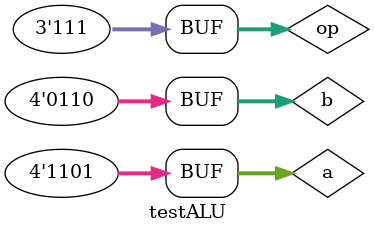
<source format=v>
module ALU (ALUctl, A, B, ALUOut, Zero, OverFlow);
    input [2:0] ALUctl;
    input [3:0] A,B;
    output [3:0] ALUOut;
    output Zero,OverFlow;
    
    wire [3:0] andResult, orResult, addResult, subResult, sltResult;
    wire addOverflow, subOverflow, addFlow, subFlow;
    wire [3:0] BComp; // 2's complement for subtraction
    wire BGreater,subCheck,addCheck,notZero,notOne,notTwo; // For SLT (Set Less Than)

    // AND and OR operations
    and(andResult[3], A[3], B[3]);  // Bitwise AND
    and(andResult[2], A[2], B[2]);
    and(andResult[1], A[1], B[1]);
    and(andResult[0], A[0], B[0]);
    
    or (orResult[3], A[3], B[3]);   // Bitwise OR
    or (orResult[2], A[2], B[2]);
    or (orResult[1], A[1], B[1]);
    or (orResult[0], A[0], B[0]);
    //Adding - 010 
    _4bit_adder adder(addResult, addFlow, A, B,1'b0);
    
    // Subtracting - 110
    comp compliment(B, BComp);
    _4bit_adder subAdder(subResult, subFlow, A, BComp, 1'b0);

    //B Greater?- 111    module fourBitGreaterTest (A, B, BGreater); // tests if B is greater than A (4bit)
    
    fourBitGreaterTest greater(A,B,BGreater);
    
    
    //module myMux8(in0, in1, in2, in3, in4, in5, in6, in7, sel, out);
    //             0           1          2            3    4    5       6           7
    myMux8 mux0(andResult[0],orResult[0],addResult[0],1'b0,1'b0,1'b0, subResult[0], BGreater, ALUctl, ALUOut[0]);
    myMux8 mux1(andResult[1],orResult[1],addResult[1],1'b0,1'b0,1'b0, subResult[1], 1'b0, ALUctl, ALUOut[1]);
    myMux8 mux2(andResult[2],orResult[2],addResult[2],1'b0,1'b0,1'b0, subResult[2], 1'b0, ALUctl, ALUOut[2]);
    myMux8 mux3(andResult[3],orResult[3],addResult[3],1'b0,1'b0,1'b0, subResult[3], 1'b0, ALUctl, ALUOut[3]);
    
    //Zero
    nor(Zero,ALUOut[0],ALUOut[1],ALUOut[2],ALUOut[3]);
    
    
    
    
    //overflow
    // Inverted signals for A[3], B[3], and addResult[3]
    wire A3_not, B3_not, addResult3_not;
    not(A3_not, A[3]);
    not(B3_not, B[3]);
    not(addResult3_not, addResult[3]);
    //add detection
    wire addSignMatch, addSignDiff, addOverflowPos, addOverflowNeg;
    and(addSignMatch, A3_not, B3_not);                // A[3] = 0, B[3] = 0
    and(addSignDiff, A[3], B[3]);                     // A[3] = 1, B[3] = 1
    and(addOverflowPos, addSignMatch, addResult[3]);  // Overflow for positive numbers
    and(addOverflowNeg, addSignDiff, addResult3_not); // Overflow for negative numbers
    or (addOverflow, addOverflowPos, addOverflowNeg); // Combined addition overflow
    //sub detection
    wire subSignDiff, subSignChange;
    xor(subSignDiff, A[3], B[3]);                   // A[3] != B[3]
    xor(subSignChange, A[3], subResult[3]);         // A[3] != subResult[3]
    and(subOverflow, subSignDiff, subSignChange);   // Subtraction overflow
    //
    wire isAdd, isSub;
    
    wire not0, not1, not2;
    not(not0, ALUctl[0]);
    not(not1, ALUctl[1]);
    not(not2, ALUctl[2]);
    //check if the current is the one being tested
    and(isAdd, not2, ALUctl[1], not0); // add 010 
    and(isSub, ALUctl[2], ALUctl[1], not0);    // sub 110 


    // Combine overflow signals based on ALUctl
    wire addOverflowActive, subOverflowActive;
    and(addOverflowActive, isAdd, addOverflow); // add 010
    and(subOverflowActive, isSub, subOverflow); // sub 110
    or (OverFlow, addOverflowActive, subOverflowActive); // Combine active overflow signals

    
endmodule




module fourBitGreaterTest (A, B, BGreater); // tests if B is greater than A (4bit)
    input [3:0] A, B;
    output BGreater;
    wire E3, E2, E1, G3, G2, G1, G0, WC2, WC1, WC0, trash; // E# - Equal in test, G# - Greater in test, WC# - wire for carrying to final or gate

    oneCompar Compar3(B[3], A[3], trash, E3, G3);
    oneCompar Compar2(B[2], A[2], trash, E2, G2);
    oneCompar Compar1(B[1], A[1], trash, E1, G1);
    oneCompar Compar0(B[0], A[0], trash, E0, G0);
    
    // Carry results forward for final OR gate logic
    and(WC2, E3, G2);
    and(WC1, E3, E2, G1);
    and(WC0, E3, E2, E1, G0);
    
    // OR gate to output if B is greater than A
    or(BGreater, G3, WC2, WC1, WC0);
    
endmodule


module oneCompar(A, B, BGreat, Equal, AGreat);
    input A, B; 
    output BGreat, Equal, AGreat; // Output
    wire notA, notB, wBGreat, wAGreat; // intermediate outputs for computing

    not(notA, A); // NOT of A
    not(notB, B); // NOT of B
    and(wBGreat, notA, B); // B is greater than A
    and(wAGreat, notB, A); // A is greater than B

    // Outputs
    and(AGreat, notB, A); // A is greater than B
    and(BGreat, notA, B); // B is greater than A
    nor(Equal, wAGreat, wBGreat); // Equal if neither is greater
endmodule


// Half adder
module halfadder (S,C,x,y);
   input x,y;
   output S,C;

   xor (S,x,y);
   and (C,x,y);
endmodule




// Full adder
module fulladder (S,C,x,y,z);
   input x,y,z;
   output S,C;
   wire S1,D1,D2; //Outputs of first XOR and two AND gates
//Instantiate the halfadder
    halfadder HA1 (S1,D1,x,y),
              HA2 (S,D2,S1,z);
    or g1(C,D2,D1);
endmodule





// 4-bit adder - supplied by Dr. Zdravko Markov https://www.cs.ccsu.edu/~markov/ccsu_courses/354Syllabus.html#Basics_of_HDL
module _4bit_adder (S,C4,A,B,C0);
   input [3:0] A,B;
   input C0;
   output [3:0] S;
   output C4;
   wire C1,C2,C3;  //Intermediate carries
//Instantiate the fulladder
   fulladder  FA0 (S[0],C1,A[0],B[0],C0),
              FA1 (S[1],C2,A[1],B[1],C1),
              FA2 (S[2],C3,A[2],B[2],C2),
              FA3 (S[3],C4,A[3],B[3],C3);
endmodule

module comp (X, Y);//gets the 4 bit 2s compliment
    input [3:0] X;
    output [3:0] Y;

    // Invert the bits of X to get the 1's complement
    not n1 (X0, X[0]), n2 (X1, X[1]), n3 (X2, X[2]), n4 (X3, X[3]);


    halfadder h1 (Y[0], c1, X0, 1'b1),   // Add 1 to the 1's complement to get 2's complement
              h2 (Y[1], c2, X1, c1),
              h3 (Y[2], c3, X2, c2),
              h4 (Y[3], c4, X3, c3); 
endmodule


// 8-input, 3-selector multiplexer module - supplied by Dr. Zdravko Markov https://www.cs.ccsu.edu/~markov/ccsu_courses/354Syllabus.html#Basics_of_HDL
module myMux8(in0, in1, in2, in3, in4, in5, in6, in7, sel, out);
    input in0, in1, in2, in3, in4, in5, in6, in7; 
    input [2:0] sel;
    output out;
    wire mux0_out, mux1_out, mux2_out, mux3_out;  // Intermediate wires 
    
    // first Row
    myMux mux0(in0, in1, sel[0], mux0_out);
    myMux mux1(in2, in3, sel[0], mux1_out);
    myMux mux2(in4, in5, sel[0], mux2_out);
    myMux mux3(in6, in7, sel[0], mux3_out);
    
    // seccond Row
    wire mux4_out, mux5_out;
    myMux mux4(mux0_out, mux1_out, sel[1], mux4_out);
    myMux mux5(mux2_out, mux3_out, sel[1], mux5_out);
    
    // Last MUX
    myMux mux6(mux4_out, mux5_out, sel[2], out);
endmodule




//basic mux 2 input 1 selector
module myMux(X,Y,Z,out);
    input X,Y,Z;
    output out;
    wire notZ,A,B;
    not inverter(notZ,Z);

    and(A,X,notZ);
    and(B,Y,Z);
    or(out,A,B);
endmodule






// Test Module 
module testALU;
  reg signed [3:0] a;
  reg signed [3:0] b;
  reg [2:0] op;
  wire signed [3:0] result;
  wire zero,overflow;
  ALU alu (op,a,b,result,zero,overflow);
  initial
    begin
     $display("op  | a        | b        |result    |zero| overflow");
     $monitor ("%b | %b(%d) | %b(%d) | %b(%d) | %b  |  %b",op,a,a,b,b,result,result,zero,overflow);
	       op = 3'b000; a = 4'b0111; b = 4'b0010;  // AND
            #1 op = 3'b001; a = 4'b0101; b = 4'b0010;  // OR
            #1 op = 3'b010; a = 4'b0101; b = 4'b0001;  // ADD
	    #1 op = 3'b010; a = 4'b0111; b = 4'b0001;  // ADD overflow (8+1=-8)
	    #1 op = 3'b110; a = 4'b0101; b = 4'b0001;  // SUB
	    #1 op = 3'b110; a = 4'b1111; b = 4'b0001;  // SUB
	    #1 op = 3'b110; a = 4'b1111; b = 4'b1000;  // SUB no overflow (-1-(-8)=7)
	    #1 op = 3'b110; a = 4'b1110; b = 4'b0111;  // SUB overflow (-2-7=7)
	    #1 op = 3'b111; a = 4'b0101; b = 4'b0001;  // SLT
	    #1 op = 3'b111; a = 4'b0001; b = 4'b0011;  // SLT
	    #1 op = 3'b111; a = 4'b1101; b = 4'b0110;  // SLT overflow (-3-6=7 => SLT=0)
    end
endmodule

/* Test Results from Gate-level Implementation
op  a        b        result   zero overflow
000 0111( 7) 0010( 2) 0010( 2) 0    0
001 0101( 5) 0010( 2) 0111( 7) 0    0
010 0101( 5) 0001( 1) 0110( 6) 0    0
010 0111( 7) 0001( 1) 1000(-8) 0    1
110 0101( 5) 0001( 1) 0100( 4) 0    0
110 1111(-1) 0001( 1) 1110(-2) 0    0
110 1111(-1) 1000(-8) 0111( 7) 0    0
110 1110(-2) 0111( 7) 0111( 7) 0    1
111 0101( 5) 0001( 1) 0000( 0) 1    0
111 0001( 1) 0011( 3) 0001( 1) 0    0
111 1101(-3) 0110( 6) 0000( 0) 1    1
*/


</source>
